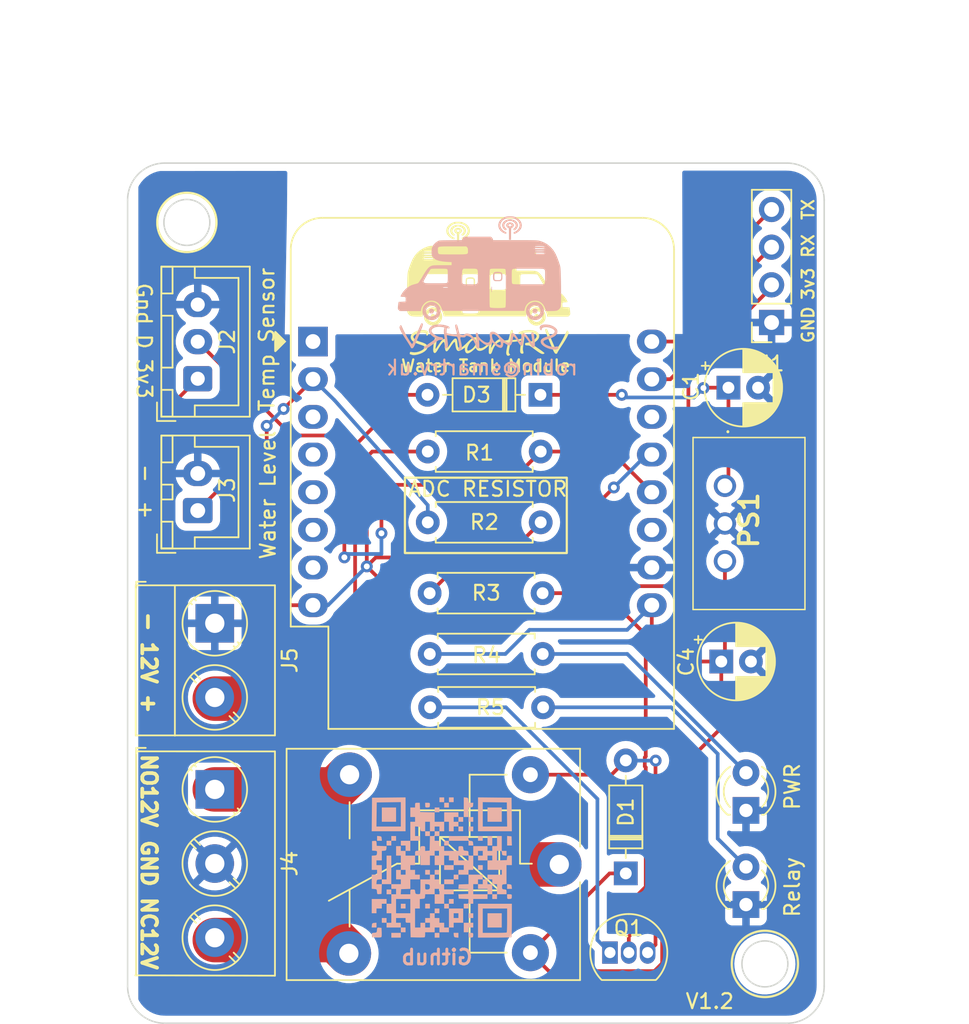
<source format=kicad_pcb>
(kicad_pcb (version 20211014) (generator pcbnew)
  (layers (0 "F.Cu" signal) (31 "B.Cu" signal) (34 "B.Paste" user) (35 "F.Paste" user) (36 "B.SilkS" user "B.Silkscreen") (37 "F.SilkS" user "F.Silkscreen") (38 "B.Mask" user) (39 "F.Mask" user) (44 "Edge.Cuts" user))
  (net 0 "")
  (net 1 "+12V")
  (net 2 "/rx")
  (net 3 "/tx")
  (net 4 "GND")
  (net 10 "+5V")
  (net 11 "Net-(D1-Pad2)")
  (net 12 "+3V3")
  (net 14 "/Temp")
  (net 15 "/ADC1")
  (net 16 "Net-(J4-Pad1)")
  (net 17 "Net-(J4-Pad3)")
  (net 18 "Net-(Q1-Pad2)")
  (net 19 "/Relay")
  (net 21 "Net-(D2-Pad2)")
  (net 23 "Net-(C1-Pad1)")
  (net 24 "Net-(D4-Pad2)")
  (net 25 "Net-(Q1-Pad1)")
  (footprint "Diode_THT:D_DO-35_SOD27_P7.62mm_Horizontal" (layer "F.Cu") (at 117.856 55.626 180)
    (fp_text reference "D3" (at 4.318 0) (layer "F.SilkS"))
    (fp_text value "1N4148")
    (pad "1" thru_hole rect (at 0 0 180) (size 1.6 1.6) (drill 0.8) (layers *.Cu *.Mask) (net 23 "Net-(C1-Pad1)"))
    (pad "2" thru_hole oval (at 7.62 0 180) (size 1.6 1.6) (drill 0.8) (layers *.Cu *.Mask) (net 1 "+12V"))
  )
  (footprint "Resistor_THT:R_Axial_DIN0207_L6.3mm_D2.5mm_P7.62mm_Horizontal" (layer "F.Cu") (at 110.3884 73.1012)
    (fp_text reference "R4" (at 3.8354 0.0762) (layer "F.SilkS"))
    (fp_text value "10k")
    (pad "1" thru_hole circle (at 0 0) (size 1.6 1.6) (drill 0.8) (layers *.Cu *.Mask) (net 10 "+5V"))
    (pad "2" thru_hole oval (at 7.62 0) (size 1.6 1.6) (drill 0.8) (layers *.Cu *.Mask) (net 21 "Net-(D2-Pad2)"))
  )
  (footprint "Connector_PinSocket_2.54mm:PinSocket_1x04_P2.54mm_Vertical" (layer "F.Cu") (at 133.4516 50.7492 180)
    (fp_text reference "J1" (at 0 -2.77 180) (layer "F.SilkS"))
    (fp_text value "Programming port")
    (pad "1" thru_hole rect (at 0 0 180) (size 1.7 1.7) (drill 1) (layers *.Cu *.Mask) (net 4 "GND"))
    (pad "2" thru_hole oval (at 0 2.54 180) (size 1.7 1.7) (drill 1) (layers *.Cu *.Mask) (net 12 "+3V3"))
    (pad "3" thru_hole oval (at 0 5.08 180) (size 1.7 1.7) (drill 1) (layers *.Cu *.Mask) (net 2 "/rx"))
    (pad "4" thru_hole oval (at 0 7.62 180) (size 1.7 1.7) (drill 1) (layers *.Cu *.Mask) (net 3 "/tx"))
  )
  (footprint "LED_THT:LED_D3.0mm" (layer "F.Cu") (at 131.725 83.65 90)
    (fp_text reference "D2")
    (fp_text value "Power LED" hide)
    (fp_text user "PWR" (at 1.6052 3.1242 90 unlocked) (layer "F.SilkS"))
    (pad "1" thru_hole rect (at 0 0 90) (size 1.8 1.8) (drill 0.9) (layers *.Cu *.Mask) (net 4 "GND"))
    (pad "2" thru_hole circle (at 2.54 0 90) (size 1.8 1.8) (drill 0.9) (layers *.Cu *.Mask) (net 21 "Net-(D2-Pad2)"))
  )
  (footprint "Relay_THT:Relay_SPDT_SANYOU_SRD_Series_Form_C" (layer "F.Cu") (at 119.1284 87.2918 180)
    (fp_text reference "Relay1" hide)
    (fp_text value "Relay")
    (pad "1" thru_hole circle (at 0 0 270) (size 3 3) (drill 1.3) (layers *.Cu *.Mask) (net 1 "+12V"))
    (pad "2" thru_hole circle (at 1.95 6.05 270) (size 2.5 2.5) (drill 1) (layers *.Cu *.Mask) (net 11 "Net-(D1-Pad2)"))
    (pad "3" thru_hole circle (at 14.15 6.05 270) (size 3 3) (drill 1.3) (layers *.Cu *.Mask) (net 16 "Net-(J4-Pad1)"))
    (pad "4" thru_hole circle (at 14.2 -6 270) (size 3 3) (drill 1.3) (layers *.Cu *.Mask) (net 17 "Net-(J4-Pad3)"))
    (pad "5" thru_hole circle (at 1.95 -5.95 270) (size 2.5 2.5) (drill 1) (layers *.Cu *.Mask) (net 10 "+5V"))
  )
  (footprint "Module:WEMOS_D1_mini_light" (layer "F.Cu") (at 102.5084 52.0328)
    (fp_text reference "U1" hide)
    (fp_text value "WeMos_D1_mini" hide)
    (pad "1" thru_hole rect (at 0 0) (size 2 2) (drill 1) (layers *.Cu *.Mask))
    (pad "2" thru_hole oval (at 0 2.54) (size 2 1.6) (drill 1) (layers *.Cu *.Mask) (net 15 "/ADC1"))
    (pad "3" thru_hole oval (at 0 5.08) (size 2 1.6) (drill 1) (layers *.Cu *.Mask))
    (pad "4" thru_hole oval (at 0 7.62) (size 2 1.6) (drill 1) (layers *.Cu *.Mask))
    (pad "5" thru_hole oval (at 0 10.16) (size 2 1.6) (drill 1) (layers *.Cu *.Mask))
    (pad "6" thru_hole oval (at 0 12.7) (size 2 1.6) (drill 1) (layers *.Cu *.Mask))
    (pad "7" thru_hole oval (at 0 15.24) (size 2 1.6) (drill 1) (layers *.Cu *.Mask))
    (pad "8" thru_hole oval (at 0 17.78) (size 2 1.6) (drill 1) (layers *.Cu *.Mask) (net 12 "+3V3"))
    (pad "9" thru_hole oval (at 22.86 17.78) (size 2 1.6) (drill 1) (layers *.Cu *.Mask) (net 10 "+5V"))
    (pad "10" thru_hole oval (at 22.86 15.24) (size 2 1.6) (drill 1) (layers *.Cu *.Mask) (net 4 "GND"))
    (pad "11" thru_hole oval (at 22.86 12.7) (size 2 1.6) (drill 1) (layers *.Cu *.Mask))
    (pad "12" thru_hole oval (at 22.86 10.16) (size 2 1.6) (drill 1) (layers *.Cu *.Mask) (net 14 "/Temp"))
    (pad "13" thru_hole oval (at 22.86 7.62) (size 2 1.6) (drill 1) (layers *.Cu *.Mask) (net 19 "/Relay"))
    (pad "14" thru_hole oval (at 22.86 5.08) (size 2 1.6) (drill 1) (layers *.Cu *.Mask))
    (pad "15" thru_hole oval (at 22.86 2.54) (size 2 1.6) (drill 1) (layers *.Cu *.Mask) (net 2 "/rx"))
    (pad "16" thru_hole oval (at 22.86 0) (size 2 1.6) (drill 1) (layers *.Cu *.Mask) (net 3 "/tx"))
  )
  (footprint "Resistor_THT:R_Axial_DIN0207_L6.3mm_D2.5mm_P7.62mm_Horizontal" (layer "F.Cu") (at 117.873 64.2248 180)
    (fp_text reference "R2" (at 3.8016 0.0136) (layer "F.SilkS"))
    (fp_text value "4.7k")
    (pad "1" thru_hole circle (at 0 0 180) (size 1.6 1.6) (drill 0.8) (layers *.Cu *.Mask) (net 12 "+3V3"))
    (pad "2" thru_hole oval (at 7.62 0 180) (size 1.6 1.6) (drill 0.8) (layers *.Cu *.Mask) (net 15 "/ADC1"))
  )
  (footprint "Resistor_THT:R_Axial_DIN0207_L6.3mm_D2.5mm_P7.62mm_Horizontal" (layer "F.Cu") (at 118.035 76.7 180)
    (fp_text reference "R5" (at 3.556 0) (layer "F.SilkS"))
    (fp_text value "10k")
    (pad "1" thru_hole circle (at 0 0 180) (size 1.6 1.6) (drill 0.8) (layers *.Cu *.Mask) (net 24 "Net-(D4-Pad2)"))
    (pad "2" thru_hole oval (at 7.62 0 180) (size 1.6 1.6) (drill 0.8) (layers *.Cu *.Mask) (net 25 "Net-(Q1-Pad1)"))
  )
  (footprint "SamacSys_Parts:K7805500R3" (layer "F.Cu") (at 130.3026 61.7642 -90)
    (fp_text reference "PS1" (at 2.32 -1.625 -90) (layer "F.SilkS") (effects (font (size 1.27 1.27) (thickness 0.254))))
    (fp_text value "K7805-500R3" hide)
    (pad "1" thru_hole circle locked (at 0 0 270) (size 1.5 1.5) (drill 1) (layers *.Cu *.Mask) (net 23 "Net-(C1-Pad1)"))
    (pad "2" thru_hole circle locked (at 2.54 0 270) (size 1.5 1.5) (drill 1) (layers *.Cu *.Mask) (net 4 "GND"))
    (pad "3" thru_hole circle locked (at 5.08 0 270) (size 1.5 1.5) (drill 1) (layers *.Cu *.Mask) (net 10 "+5V"))
  )
  (footprint "Connector_JST:JST_XH_B3B-XH-A_1x03_P2.50mm_Vertical" (layer "F.Cu") (at 94.7336 54.5408 90)
    (fp_text reference "J2" (at 2.4962 1.9896 90) (layer "F.SilkS"))
    (fp_text value "Temp Sensor" (at 2.6486 4.6566 -90) (layer "F.SilkS"))
    (pad "1" thru_hole roundrect (at 0 0 90) (size 1.7 1.95) (drill 0.95) (layers *.Cu *.Mask) (roundrect_rratio 0.1470588235) (net 12 "+3V3"))
    (pad "2" thru_hole oval (at 2.5 0 90) (size 1.7 1.95) (drill 0.95) (layers *.Cu *.Mask) (net 14 "/Temp"))
    (pad "3" thru_hole oval (at 5 0 90) (size 1.7 1.95) (drill 0.95) (layers *.Cu *.Mask) (net 4 "GND"))
  )
  (footprint "TerminalBlock_Phoenix:TerminalBlock_Phoenix_PT-1,5-3-5.0-H_1x03_P5.00mm_Horizontal" (layer "F.Cu") (at 95.8836 82.2334 -90)
    (fp_text reference "J4" (at 5 -5.06 -90) (layer "F.SilkS"))
    (fp_text value "Valve Terminal")
    (pad "1" thru_hole rect (at 0 0 270) (size 2.6 2.6) (drill 1.3) (layers *.Cu *.Mask) (net 16 "Net-(J4-Pad1)"))
    (pad "2" thru_hole circle (at 5 0 270) (size 2.6 2.6) (drill 1.3) (layers *.Cu *.Mask) (net 4 "GND"))
    (pad "3" thru_hole circle (at 10 0 270) (size 2.6 2.6) (drill 1.3) (layers *.Cu *.Mask) (net 17 "Net-(J4-Pad3)"))
  )
  (footprint "LED_THT:LED_D3.0mm" (layer "F.Cu") (at 131.725 90 90)
    (fp_text reference "D4")
    (fp_text value "Relay" (at 1.18 3.1242 90) (layer "F.SilkS"))
    (pad "1" thru_hole rect (at 0 0 90) (size 1.8 1.8) (drill 0.9) (layers *.Cu *.Mask) (net 4 "GND"))
    (pad "2" thru_hole circle (at 2.54 0 90) (size 1.8 1.8) (drill 0.9) (layers *.Cu *.Mask) (net 24 "Net-(D4-Pad2)"))
  )
  (footprint "Diode_THT:D_DO-35_SOD27_P7.62mm_Horizontal" (layer "F.Cu") (at 123.6134 87.8976 90)
    (fp_text reference "D1" (at 4.1284 0.0084 90) (layer "F.SilkS"))
    (fp_text value "1N4148")
    (pad "1" thru_hole rect (at 0 0 90) (size 1.6 1.6) (drill 0.8) (layers *.Cu *.Mask) (net 10 "+5V"))
    (pad "2" thru_hole oval (at 7.62 0 90) (size 1.6 1.6) (drill 0.8) (layers *.Cu *.Mask) (net 11 "Net-(D1-Pad2)"))
  )
  (footprint "logos:smartrv" (layer "F.Cu") (at 114.55 48.45)
    (fp_text reference "G***" hide)
    (fp_text value "LOGO" hide)
  )
  (footprint "TerminalBlock_Phoenix:TerminalBlock_Phoenix_PT-1,5-2-5.0-H_1x02_P5.00mm_Horizontal" (layer "F.Cu") (at 95.8836 71.032 -90)
    (fp_text reference "J5" (at 2.5 -5.06 -90) (layer "F.SilkS"))
    (fp_text value "12v In")
    (pad "1" thru_hole rect (at 0 0 270) (size 2.6 2.6) (drill 1.3) (layers *.Cu *.Mask) (net 4 "GND"))
    (pad "2" thru_hole circle (at 5 0 270) (size 2.6 2.6) (drill 1.3) (layers *.Cu *.Mask) (net 1 "+12V"))
  )
  (footprint "Resistor_THT:R_Axial_DIN0207_L6.3mm_D2.5mm_P7.62mm_Horizontal" (layer "F.Cu") (at 110.38 69)
    (fp_text reference "R3" (at 3.8184 -0.0136) (layer "F.SilkS"))
    (fp_text value "1.5k")
    (pad "1" thru_hole circle (at 0 0) (size 1.6 1.6) (drill 0.8) (layers *.Cu *.Mask) (net 19 "/Relay"))
    (pad "2" thru_hole oval (at 7.62 0) (size 1.6 1.6) (drill 0.8) (layers *.Cu *.Mask) (net 18 "Net-(Q1-Pad2)"))
  )
  (footprint "Resistor_THT:R_Axial_DIN0207_L6.3mm_D2.5mm_P7.62mm_Horizontal" (layer "F.Cu") (at 110.253 59.4496)
    (fp_text reference "R1" (at 3.4882 0.088) (layer "F.SilkS"))
    (fp_text value "470")
    (pad "1" thru_hole circle (at 0 0) (size 1.6 1.6) (drill 0.8) (layers *.Cu *.Mask) (net 12 "+3V3"))
    (pad "2" thru_hole oval (at 7.62 0) (size 1.6 1.6) (drill 0.8) (layers *.Cu *.Mask) (net 14 "/Temp"))
  )
  (footprint "Capacitor_THT:CP_Radial_D5.0mm_P2.00mm" (layer "F.Cu") (at 130.058088 73.6092)
    (fp_text reference "C4" (at -2.372288 0.0254 90) (layer "F.SilkS"))
    (fp_text value "22uf")
    (pad "1" thru_hole rect (at 0 0) (size 1.6 1.6) (drill 0.8) (layers *.Cu *.Mask) (net 10 "+5V"))
    (pad "2" thru_hole circle (at 2 0) (size 1.6 1.6) (drill 0.8) (layers *.Cu *.Mask) (net 4 "GND"))
  )
  (footprint "Package_TO_SOT_THT:TO-92_Inline" (layer "F.Cu") (at 122.5466 93.236)
    (fp_text reference "Q1" (at 1.253 -1.6436) (layer "F.SilkS"))
    (fp_text value "2N3904")
    (pad "1" thru_hole rect (at 0 0) (size 1.05 1.5) (drill 0.75) (layers *.Cu *.Mask) (net 25 "Net-(Q1-Pad1)"))
    (pad "2" thru_hole oval (at 1.27 0) (size 1.05 1.5) (drill 0.75) (layers *.Cu *.Mask) (net 18 "Net-(Q1-Pad2)"))
    (pad "3" thru_hole oval (at 2.54 0) (size 1.05 1.5) (drill 0.75) (layers *.Cu *.Mask) (net 11 "Net-(D1-Pad2)"))
  )
  (footprint "Connector_JST:JST_XH_B2B-XH-A_1x02_P2.50mm_Vertical" (layer "F.Cu") (at 94.7336 63.4308 90)
    (fp_text reference "J3" (at 1.3786 1.9896 90) (layer "F.SilkS"))
    (fp_text value "Water Level" (at 1.0484 4.7328 90) (layer "F.SilkS"))
    (pad "1" thru_hole roundrect (at 0 0 90) (size 1.7 2) (drill 1) (layers *.Cu *.Mask) (roundrect_rratio 0.1470588235) (net 15 "/ADC1"))
    (pad "2" thru_hole oval (at 2.5 0 90) (size 1.7 2) (drill 1) (layers *.Cu *.Mask) (net 4 "GND"))
  )
  (footprint "Capacitor_THT:CP_Radial_D5.0mm_P2.00mm" (layer "F.Cu") (at 130.540688 55.1434)
    (fp_text reference "C1" (at -2.524688 -0.0762 90) (layer "F.SilkS"))
    (fp_text value "10uf")
    (pad "1" thru_hole rect (at 0 0) (size 1.6 1.6) (drill 0.8) (layers *.Cu *.Mask) (net 23 "Net-(C1-Pad1)"))
    (pad "2" thru_hole circle (at 2 0) (size 1.6 1.6) (drill 0.8) (layers *.Cu *.Mask) (net 4 "GND"))
  )
  (footprint "logos:smartrv" (layer "B.Cu") (at 113.551243 48.079933 180)
    (fp_text reference "G***" hide)
    (fp_text value "LOGO" hide)
  )
  (footprint "logos:githubqr" (layer "B.Cu") (at 111.2 87.5 180)
    (fp_text reference "G***" hide)
    (fp_text value "LOGO" hide)
  )
  (gr_rect (start 108.712 61.214) (end 119.634 66.294) (layer "F.SilkS") (width 0.15) (fill none))
  (gr_circle (center 94 44) (end 94 42) (layer "F.SilkS") (width 0.15) (fill none))
  (gr_circle (center 133 94) (end 135 95) (layer "F.SilkS") (width 0.15) (fill none))
  (gr_line (start 134.5 40) (end 92.5 40) (layer "Edge.Cuts") (width 0.1))
  (gr_arc (start 92.5 98) (mid 90.732233 97.267767) (end 90 95.5) (layer "Edge.Cuts") (width 0.1))
  (gr_arc (start 137 95.5) (mid 136.267767 97.267767) (end 134.5 98) (layer "Edge.Cuts") (width 0.1))
  (gr_circle (center 94 44) (end 95.55 44) (layer "Edge.Cuts") (width 0.1) (fill none))
  (gr_line (start 92.5 98) (end 134.5 98) (layer "Edge.Cuts") (width 0.1))
  (gr_arc (start 134.5 40) (mid 136.267767 40.732233) (end 137 42.5) (layer "Edge.Cuts") (width 0.1))
  (gr_circle (center 133 94) (end 134.55 94) (layer "Edge.Cuts") (width 0.1) (fill none))
  (gr_arc (start 90 42.5) (mid 90.732233 40.732233) (end 92.5 40) (layer "Edge.Cuts") (width 0.1))
  (gr_line (start 137 95.5) (end 137 42.5) (layer "Edge.Cuts") (width 0.1))
  (gr_line (start 90 42.5) (end 90 95.5) (layer "Edge.Cuts") (width 0.1))
  (gr_text "Github" (at 110.875 93.55) (layer "B.SilkS") (effects (font (size 1 1) (thickness 0.2)) (justify mirror)))
  (gr_text "robin@smartrv.uk" (at 113.919 53.7972) (layer "B.SilkS") (effects (font (size 1 1)) (justify mirror)))
  (gr_text "RX\n" (at 135.9154 45.593 90) (layer "F.SilkS") (effects (font (size 0.8 0.8))))
  (gr_text "Gnd" (at 91.1014 49.4928 270) (layer "F.SilkS") (effects (font (size 1 1))))
  (gr_text "GND" (at 91.44 87.2236 270) (layer "F.SilkS") (effects (font (size 1 1) (thickness 0.25))))
  (gr_text "V1.2" (at 129.286 96.52) (layer "F.SilkS") (effects (font (size 1 1))))
  (gr_text "- 12V +" (at 91.44 73.6854 270) (layer "F.SilkS") (effects (font (size 1 1) (thickness 0.25))))
  (gr_text "NO12V" (at 91.44 82.3214 270) (layer "F.SilkS") (effects (font (size 1 1) (thickness 0.25))))
  (gr_text "+" (at 91.1014 63.3866 90) (layer "F.SilkS") (effects (font (size 1 1))))
  (gr_text "D" (at 91.1014 52.0328 270) (layer "F.SilkS") (effects (font (size 1 1))))
  (gr_text "3v3" (at 91.1268 54.5474 270) (layer "F.SilkS") (effects (font (size 1 1))))
  (gr_text "Water Tank Module " (at 114.475 53.675) (layer "F.SilkS") (effects (font (size 0.8 0.8))))
  (gr_text "GND\n" (at 135.9154 50.9016 90) (layer "F.SilkS") (effects (font (size 0.8 0.8))))
  (gr_text "TX\n" (at 135.9154 43.1292 90) (layer "F.SilkS") (effects (font (size 0.8 0.8))))
  (gr_text "-" (at 91.1014 60.9228 90) (layer "F.SilkS") (effects (font (size 1 1))))
  (gr_text "NC12V" (at 91.44 91.948 270) (layer "F.SilkS") (effects (font (size 1 1) (thickness 0.25))))
  (gr_text "ADC RESISTOR" (at 114.3 61.976) (layer "F.SilkS") (effects (font (size 1 1))))
  (gr_text "3v3" (at 135.9154 48.133 90) (layer "F.SilkS") (effects (font (size 0.8 0.8))))
  (segment (start 95.8836 76.112) (end 104.64988 76.112) (width 3) (layer "F.Cu") (net 1))
  (segment (start 110.236 55.626) (end 108.7628 55.626) (width 0.25) (layer "F.Cu") (net 1))
  (segment (start 105.487 76.112) (end 116.6668 87.2918) (width 3) (layer "F.Cu") (net 1))
  (segment (start 116.6668 87.2918) (end 119.1284 87.2918) (width 3) (layer "F.Cu") (net 1))
  (segment (start 104.64988 76.112) (end 105.487 76.112) (width 3) (layer "F.Cu") (net 1))
  (segment (start 105.350811 75.411069) (end 104.64988 76.112) (width 0.25) (layer "F.Cu") (net 1))
  (segment (start 108.7628 55.626) (end 105.350811 59.037989) (width 0.25) (layer "F.Cu") (net 1))
  (segment (start 105.350811 59.037989) (end 105.350811 75.411069) (width 0.25) (layer "F.Cu") (net 1))
  (segment (start 125.3684 54.5728) (end 126.6184 54.5728) (width 0.25) (layer "F.Cu") (net 2))
  (segment (start 126.6184 54.5728) (end 132.0038 49.1874) (width 0.25) (layer "F.Cu") (net 2))
  (segment (start 132.0038 49.1874) (end 132.0038 47.117) (width 0.25) (layer "F.Cu") (net 2))
  (segment (start 132.0038 47.117) (end 133.4516 45.6692) (width 0.25) (layer "F.Cu") (net 2))
  (segment (start 131.55428 45.02652) (end 133.4516 43.1292) (width 0.25) (layer "F.Cu") (net 3))
  (segment (start 125.3684 52.0328) (end 128.1802 52.0328) (width 0.25) (layer "F.Cu") (net 3))
  (segment (start 129.7178 50.4952) (end 131.55428 48.65872) (width 0.25) (layer "F.Cu") (net 3))
  (segment (start 128.1802 52.0328) (end 129.7178 50.4952) (width 0.25) (layer "F.Cu") (net 3))
  (segment (start 131.55428 48.65872) (end 131.55428 45.02652) (width 0.25) (layer "F.Cu") (net 3))
  (segment (start 130.058088 78.084992) (end 130.058088 73.6092) (width 0.25) (layer "F.Cu") (net 10))
  (segment (start 125.54394 94.48634) (end 126.06952 93.96076) (width 0.25) (layer "F.Cu") (net 10))
  (segment (start 125.349 71.501) (end 127.4572 73.6092) (width 0.25) (layer "F.Cu") (net 10))
  (segment (start 125.349 71.247) (end 125.349 71.501) (width 0.25) (layer "F.Cu") (net 10))
  (segment (start 130.3026 66.8442) (end 130.3026 73.364688) (width 0.25) (layer "F.Cu") (net 10))
  (segment (start 117.1784 93.2418) (end 118.42294 94.48634) (width 0.25) (layer "F.Cu") (net 10))
  (segment (start 126.06952 93.96076) (end 126.06952 82.07356) (width 0.25) (layer "F.Cu") (net 10))
  (segment (start 122.5226 87.8976) (end 123.6134 87.8976) (width 0.25) (layer "F.Cu") (net 10))
  (segment (start 127.4572 73.6092) (end 130.058088 73.6092) (width 0.25) (layer "F.Cu") (net 10))
  (segment (start 117.1784 93.2418) (end 122.5226 87.8976) (width 0.25) (layer "F.Cu") (net 10))
  (segment (start 125.3684 69.8128) (end 125.3684 71.2276) (width 0.25) (layer "F.Cu") (net 10))
  (segment (start 126.06952 82.07356) (end 130.058088 78.084992) (width 0.25) (layer "F.Cu") (net 10))
  (segment (start 130.3026 73.364688) (end 130.058088 73.6092) (width 0.25) (layer "F.Cu") (net 10))
  (segment (start 118.42294 94.48634) (end 125.54394 94.48634) (width 0.25) (layer "F.Cu") (net 10))
  (segment (start 125.3684 71.2276) (end 125.349 71.247) (width 0.25) (layer "F.Cu") (net 10))
  (segment (start 117.1147 71.4756) (end 115.4891 73.1012) (width 0.25) (layer "B.Cu") (net 10))
  (segment (start 125.3684 69.8128) (end 123.7056 71.4756) (width 0.25) (layer "B.Cu") (net 10))
  (segment (start 115.4891 73.1012) (end 110.3884 73.1012) (width 0.25) (layer "B.Cu") (net 10))
  (segment (start 123.7056 71.4756) (end 117.1147 71.4756) (width 0.25) (layer "B.Cu") (net 10))
  (segment (start 125.62 92.7026) (end 125.0866 93.236) (width 0.25) (layer "F.Cu") (net 11))
  (segment (start 125.62 80.300815) (end 125.62 92.7026) (width 0.25) (layer "F.Cu") (net 11))
  (segment (start 117.1784 81.2418) (end 122.6492 81.2418) (width 0.25) (layer "F.Cu") (net 11))
  (segment (start 122.6492 81.2418) (end 123.6134 80.2776) (width 0.25) (layer "F.Cu") (net 11))
  (segment (start 125.629357 80.291458) (end 125.62 80.300815) (width 0.25) (layer "F.Cu") (net 11))
  (via (at 125.629357 80.291458) (size 0.8) (drill 0.4) (layers "F.Cu" "B.Cu") (net 11))
  (segment (start 123.627258 80.291458) (end 123.6134 80.2776) (width 0.25) (layer "B.Cu") (net 11))
  (segment (start 125.629357 80.291458) (end 123.627258 80.291458) (width 0.25) (layer "B.Cu") (net 11))
  (segment (start 133.4516 48.375318) (end 133.4516 48.2092) (width 0.25) (layer "F.Cu") (net 12))
  (segment (start 91.7364 65.317) (end 94.0732 67.6538) (width 0.25) (layer "F.Cu") (net 12))
  (segment (start 91.7364 57.5192) (end 91.7364 65.317) (width 0.25) (layer "F.Cu") (net 12))
  (segment (start 123.03692 67.49372) (end 124.07074 68.52754) (width 0.25) (layer "F.Cu") (net 12))
  (segment (start 126.86474 68.52754) (end 127.8382 67.55408) (width 0.25) (layer "F.Cu") (net 12))
  (segment (start 94.0732 67.6538) (end 98.8738 67.6538) (width 0.25) (layer "F.Cu") (net 12))
  (segment (start 127.8382 67.55408) (end 127.8382 53.988718) (width 0.25) (layer "F.Cu") (net 12))
  (segment (start 112.275578 70.63574) (end 115.417598 67.49372) (width 0.25) (layer "F.Cu") (net 12))
  (segment (start 115.417598 67.49372) (end 123.03692 67.49372) (width 0.25) (layer "F.Cu") (net 12))
  (segment (start 106.514 59.4496) (end 110.253 59.4496) (width 0.25) (layer "F.Cu") (net 12))
  (segment (start 106.74012 66.59468) (end 115.50312 66.59468) (width 0.25) (layer "F.Cu") (net 12))
  (segment (start 106.1382 67.1966) (end 109.57734 70.63574) (width 0.25) (layer "F.Cu") (net 12))
  (segment (start 106.1382 67.1966) (end 106.1382 59.8254) (width 0.25) (layer "F.Cu") (net 12))
  (segment (start 93.39028 55.86532) (end 91.7364 57.5192) (width 0.25) (layer "F.Cu") (net 12))
  (segment (start 109.57734 70.63574) (end 112.275578 70.63574) (width 0.25) (layer "F.Cu") (net 12))
  (segment (start 106.1382 59.8254) (end 106.514 59.4496) (width 0.25) (layer "F.Cu") (net 12))
  (segment (start 124.07074 68.52754) (end 126.86474 68.52754) (width 0.25) (layer "F.Cu") (net 12))
  (segment (start 115.50312 66.59468) (end 117.873 64.2248) (width 0.25) (layer "F.Cu") (net 12))
  (segment (start 101.0328 69.8128) (end 102.5084 69.8128) (width 0.25) (layer "F.Cu") (net 12))
  (segment (start 127.8382 53.988718) (end 133.4516 48.375318) (width 0.25) (layer "F.Cu") (net 12))
  (segment (start 94.7336 54.5408) (end 93.40908 55.86532) (width 0.25) (layer "F.Cu") (net 12))
  (segment (start 106.1382 67.1966) (end 106.74012 66.59468) (width 0.25) (layer "F.Cu") (net 12))
  (segment (start 93.40908 55.86532) (end 93.39028 55.86532) (width 0.25) (layer "F.Cu") (net 12))
  (segment (start 98.8738 67.6538) (end 101.0328 69.8128) (width 0.25) (layer "F.Cu") (net 12))
  (via (at 106.1382 67.1966) (size 0.8) (drill 0.4) (layers "F.Cu" "B.Cu") (net 12))
  (segment (start 102.5084 69.8128) (end 103.522 69.8128) (width 0.25) (layer "B.Cu") (net 12))
  (segment (start 103.522 69.8128) (end 106.1382 67.1966) (width 0.25) (layer "B.Cu") (net 12))
  (segment (start 115.626 61.6966) (end 117.873 59.4496) (width 0.25) (layer "F.Cu") (net 14))
  (segment (start 107.1288 64.9614) (end 107.1288 62.4162) (width 0.25) (layer "F.Cu") (net 14))
  (segment (start 107.1288 62.4162) (end 107.8484 61.6966) (width 0.25) (layer "F.Cu") (net 14))
  (segment (start 122.6252 59.4496) (end 125.3684 62.1928) (width 0.25) (layer "F.Cu") (net 14))
  (segment (start 94.7336 52.0408) (end 101.06034 58.36754) (width 0.25) (layer "F.Cu") (net 14))
  (segment (start 101.06034 58.36754) (end 103.95394 58.36754) (width 0.25) (layer "F.Cu") (net 14))
  (segment (start 107.8484 61.6966) (end 115.626 61.6966) (width 0.25) (layer "F.Cu") (net 14))
  (segment (start 103.95394 58.36754) (end 104.6263 59.0399) (width 0.25) (layer "F.Cu") (net 14))
  (segment (start 104.6263 59.0399) (end 104.6263 66.587) (width 0.25) (layer "F.Cu") (net 14))
  (segment (start 117.873 59.4496) (end 122.6252 59.4496) (width 0.25) (layer "F.Cu") (net 14))
  (via (at 107.1288 64.9614) (size 0.8) (drill 0.4) (layers "F.Cu" "B.Cu") (net 14))
  (via (at 104.6263 66.587) (size 0.8) (drill 0.4) (layers "F.Cu" "B.Cu") (net 14))
  (segment (start 107.1288 66.3584) (end 107.1288 65.3932) (width 0.25) (layer "B.Cu") (net 14))
  (segment (start 104.8549 66.3584) (end 107.1288 66.3584) (width 0.25) (layer "B.Cu") (net 14))
  (segment (start 104.6263 66.587) (end 104.8549 66.3584) (width 0.25) (layer "B.Cu") (net 14))
  (segment (start 107.1288 65.3932) (end 107.1288 64.9614) (width 0.25) (layer "B.Cu") (net 14))
  (segment (start 100.5248 56.5794) (end 102.5084 54.5958) (width 0.25) (layer "F.Cu") (net 15))
  (segment (start 99.386201 58.778199) (end 99.386201 57.717999) (width 0.25) (layer "F.Cu") (net 15))
  (segment (start 102.5084 54.5958) (end 102.5084 54.5728) (width 0.25) (layer "F.Cu") (net 15))
  (segment (start 94.7336 63.4308) (end 99.386201 58.778199) (width 0.25) (layer "F.Cu") (net 15))
  (via (at 99.386201 57.717999) (size 0.8) (drill 0.4) (layers "F.Cu" "B.Cu") (net 15))
  (via (at 100.5248 56.5794) (size 0.8) (drill 0.4) (layers "F.Cu" "B.Cu") (net 15))
  (segment (start 99.386201 57.717999) (end 100.5248 56.5794) (width 0.25) (layer "B.Cu") (net 15))
  (segment (start 103.95394 55.97994) (end 110.253 63.067089) (width 0.25) (layer "B.Cu") (net 15))
  (segment (start 102.5084 54.5728) (end 103.95394 55.97994) (width 0.25) (layer "B.Cu") (net 15))
  (segment (start 110.253 63.067089) (end 110.253 64.2248) (width 0.25) (layer "B.Cu") (net 15))
  (segment (start 103.9284 82.2918) (end 104.9784 81.2418) (width 0.25) (layer "F.Cu") (net 16))
  (segment (start 103.9868 82.2334) (end 104.9784 81.2418) (width 3) (layer "F.Cu") (net 16))
  (segment (start 95.8836 82.2334) (end 103.9868 82.2334) (width 3) (layer "F.Cu") (net 16))
  (segment (start 104.03 92.3934) (end 104.9284 93.2918) (width 3) (layer "F.Cu") (net 17))
  (segment (start 95.8836 92.3934) (end 104.03 92.3934) (width 3) (layer "F.Cu") (net 17))
  (segment (start 103.9284 92.2918) (end 104.9284 93.2918) (width 0.25) (layer "F.Cu") (net 17))
  (segment (start 123.94374 89.816282) (end 124.95974 88.800282) (width 0.25) (layer "F.Cu") (net 18))
  (segment (start 124.895489 80.079097) (end 124.95974 80.014846) (width 0.25) (layer "F.Cu") (net 18))
  (segment (start 124.95974 80.743554) (end 124.895489 80.679303) (width 0.25) (layer "F.Cu") (net 18))
  (segment (start 123.94374 92.02254) (end 123.94374 89.816282) (width 0.25) (layer "F.Cu") (net 18))
  (segment (start 124.95974 80.014846) (end 124.95974 71.80414) (width 0.25) (layer "F.Cu") (net 18))
  (segment (start 124.895489 80.679303) (end 124.895489 80.079097) (width 0.25) (layer "F.Cu") (net 18))
  (segment (start 124.95974 71.80414) (end 122.1556 69) (width 0.25) (layer "F.Cu") (net 18))
  (segment (start 123.8166 92.14968) (end 123.94374 92.02254) (width 0.25) (layer "F.Cu") (net 18))
  (segment (start 122.1556 69) (end 118 69) (width 0.25) (layer "F.Cu") (net 18))
  (segment (start 124.95974 88.800282) (end 124.95974 80.743554) (width 0.25) (layer "F.Cu") (net 18))
  (segment (start 123.8166 93.236) (end 123.8166 92.14968) (width 0.25) (layer "F.Cu") (net 18))
  (segment (start 110.38 69) (end 112.3358 67.0442) (width 0.25) (layer "F.Cu") (net 19))
  (segment (start 112.3358 67.0442) (end 117.6392 67.0442) (width 0.25) (layer "F.Cu") (net 19))
  (segment (start 117.6392 67.0442) (end 122.809 61.8744) (width 0.25) (layer "F.Cu") (net 19))
  (via (at 122.809 61.8744) (size 0.8) (drill 0.4) (layers "F.Cu" "B.Cu") (net 19))
  (segment (start 125.0306 59.6528) (end 125.3684 59.6528) (width 0.25) (layer "B.Cu") (net 19))
  (segment (start 122.809 61.8744) (end 125.0306 59.6528) (width 0.25) (layer "B.Cu") (net 19))
  (segment (start 123.7162 73.1012) (end 131.725 81.11) (width 0.25) (layer "B.Cu") (net 21))
  (segment (start 118.0084 73.1012) (end 123.7162 73.1012) (width 0.25) (layer "B.Cu") (net 21))
  (segment (start 130.540688 61.526112) (end 130.3026 61.7642) (width 0.25) (layer "F.Cu") (net 23))
  (segment (start 128.8796 55.1434) (end 128.8542 55.1688) (width 0.25) (layer "F.Cu") (net 23))
  (segment (start 130.540688 55.1434) (end 130.540688 61.526112) (width 0.25) (layer "F.Cu") (net 23))
  (segment (start 117.856 55.626) (end 123.3424 55.626) (width 0.25) (layer "F.Cu") (net 23))
  (segment (start 130.540688 55.1434) (end 128.8796 55.1434) (width 0.25) (layer "F.Cu") (net 23))
  (via (at 123.3424 55.626) (size 0.8) (drill 0.4) (layers "F.Cu" "B.Cu") (net 23))
  (via (at 128.8542 55.1688) (size 0.8) (drill 0.4) (layers "F.Cu" "B.Cu") (net 23))
  (segment (start 128.2192 55.8038) (end 123.5202 55.8038) (width 0.25) (layer "B.Cu") (net 23))
  (segment (start 123.5202 55.8038) (end 123.3424 55.626) (width 0.25) (layer "B.Cu") (net 23))
  (segment (start 128.8542 55.1688) (end 128.2192 55.8038) (width 0.25) (layer "B.Cu") (net 23))
  (segment (start 129.814641 79.835359) (end 129.814641 85.549641) (width 0.25) (layer "B.Cu") (net 24))
  (segment (start 118.035 76.7) (end 126.679282 76.7) (width 0.25) (layer "B.Cu") (net 24))
  (segment (start 129.814641 85.549641) (end 131.725 87.46) (width 0.25) (layer "B.Cu") (net 24))
  (segment (start 126.679282 76.7) (end 129.814641 79.835359) (width 0.25) (layer "B.Cu") (net 24))
  (segment (start 121.7 82.875) (end 121.7 92.3894) (width 0.25) (layer "B.Cu") (net 25))
  (segment (start 115.525 76.7) (end 121.7 82.875) (width 0.25) (layer "B.Cu") (net 25))
  (segment (start 110.415 76.7) (end 115.525 76.7) (width 0.25) (layer "B.Cu") (net 25))
  (segment (start 121.7 92.3894) (end 122.5466 93.236) (width 0.25) (layer "B.Cu") (net 25))
  (zone (net 0) (net_name "") (layer "B.Cu") (name "KEEPOUT") (connect_pads (clearance 0)) (min_thickness 0.254)
    (keepout (tracks not_allowed) (vias not_allowed) (pads not_allowed) (copperpour not_allowed) (footprints allowed))
    (fill (thermal_gap 0.508) (thermal_bridge_width 0.508))
    (polygon (pts (xy 127.4488 51.5248) (xy 100.601 51.5502) (xy 100.7534 43.4222) (xy 100.7788 40.6028) (xy 127.4234 40.5012)))
  )
  (zone (net 4) (net_name "GND") (layer "B.Cu") (connect_pads (clearance 0.508)) (min_thickness 0.254) (fill yes (thermal_gap 0.508) (thermal_bridge_width 0.508))
    (polygon (pts (xy 136.552038 97.74005) (xy 90.723978 97.534525) (xy 90.72734 40.53454) (xy 136.5 40.499265)))
  )
)
</source>
